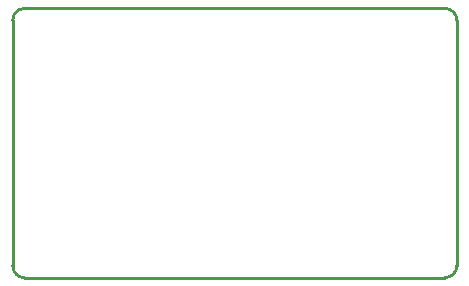
<source format=gko>
G04 Layer: BoardOutline*
G04 EasyEDA v6.4.20.6, 2021-08-10T23:17:12+08:00*
G04 038dca5a8d274e5a88e6f2799ec95489,d221c9f3c2774e99b69775551637dae4,10*
G04 Gerber Generator version 0.2*
G04 Scale: 100 percent, Rotated: No, Reflected: No *
G04 Dimensions in millimeters *
G04 leading zeros omitted , absolute positions ,4 integer and 5 decimal *
%FSLAX45Y45*%
%MOMM*%

%ADD10C,0.2540*%
D10*
X3659596Y0D02*
G01*
X99595Y0D01*
X-403Y99999D02*
G01*
X-403Y2180000D01*
X3759596Y2180000D02*
G01*
X3759596Y99999D01*
X99595Y2280000D02*
G01*
X3659596Y2280000D01*
G75*
G01*
X-404Y2180001D02*
G02*
X99596Y2280001I100000J0D01*
G75*
G01*
X99596Y0D02*
G02*
X-404Y100000I0J100000D01*
G75*
G01*
X3759596Y100000D02*
G02*
X3659596Y0I-100000J0D01*
G75*
G01*
X3659596Y2280001D02*
G02*
X3759596Y2180001I0J-100000D01*

%LPD*%
M02*

</source>
